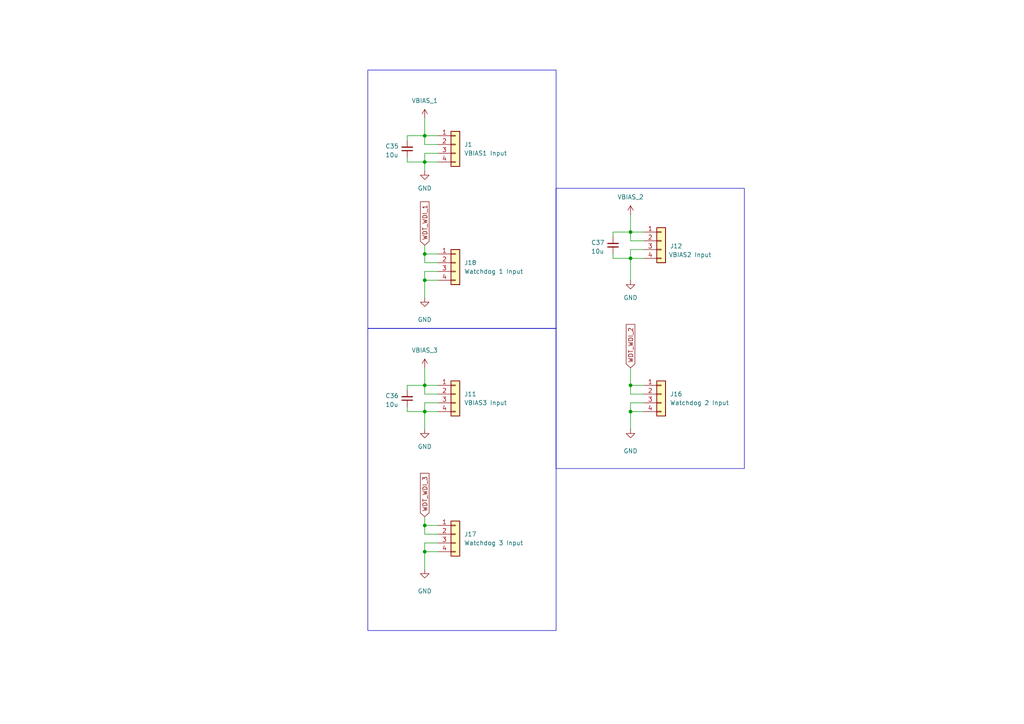
<source format=kicad_sch>
(kicad_sch (version 20250114) (generator "eeschema") (generator_version "9.0")
  (paper "A4")
  (lib_symbols
    (symbol "Connector_Generic:Conn_01x04" (pin_names (offset 1.016) (hide yes))
      (property "Reference" "J" (at 0 5.08 0))
      (property "Value" "Conn_01x04" (at 0 -7.62 0))
      (symbol "Conn_01x04_1_1"
        (rectangle (start -1.27 3.81) (end 1.27 -6.35) (stroke (width 0.254)) (fill (type background)))
        (rectangle (start -1.27 2.667) (end 0 2.413) (stroke (width 0.1524)))
        (rectangle (start -1.27 0.127) (end 0 -0.127) (stroke (width 0.1524)))
        (rectangle (start -1.27 -2.413) (end 0 -2.667) (stroke (width 0.1524)))
        (rectangle (start -1.27 -4.953) (end 0 -5.207) (stroke (width 0.1524)))
        (pin passive line (at -5.08 2.54 0) (length 3.81) (name "Pin_1") (number "1"))
        (pin passive line (at -5.08 0 0) (length 3.81) (name "Pin_2") (number "2"))
        (pin passive line (at -5.08 -2.54 0) (length 3.81) (name "Pin_3") (number "3"))
        (pin passive line (at -5.08 -5.08 0) (length 3.81) (name "Pin_4") (number "4"))
      )
    )
    (symbol "Device:C_Small" (pin_numbers (hide yes)) (pin_names (offset 0.254) (hide yes))
      (property "Reference" "C" (at 0.254 1.778 0))
      (property "Value" "C_Small" (at 0.254 -2.032 0))
      (symbol "C_Small_0_1"
        (polyline (pts (xy -1.524 0.508) (xy 1.524 0.508)) (stroke (width 0.3048)))
        (polyline (pts (xy -1.524 -0.508) (xy 1.524 -0.508)) (stroke (width 0.3302)))
      )
      (symbol "C_Small_1_1"
        (pin passive line (at 0 2.54 270) (length 2.032) (name "~") (number "1"))
        (pin passive line (at 0 -2.54 90) (length 2.032) (name "~") (number "2"))
      )
    )
    (symbol "GND_1" (power) (pin_numbers (hide yes)) (pin_names (offset 0) (hide yes))
      (property "Value" "GND" (at 0 -3.81 0))
      (symbol "GND_1_0_1"
        (polyline (pts (xy 0 0) (xy 0 -1.27) (xy 1.27 -1.27) (xy 0 -2.54) (xy -1.27 -1.27) (xy 0 -1.27)))
      )
      (symbol "GND_1_1_1"
        (pin power_in line (at 0 0 270) (length 0) (name "~") (number "1"))
      )
    )
    (symbol "power:VBUS" (power) (pin_numbers (hide yes)) (pin_names (offset 0) (hide yes))
      (property "Value" "VBUS" (at 0 3.556 0))
      (symbol "VBUS_0_1"
        (polyline (pts (xy -0.762 1.27) (xy 0 2.54)))
        (polyline (pts (xy 0 2.54) (xy 0.762 1.27)))
        (polyline (pts (xy 0 0) (xy 0 2.54)))
      )
      (symbol "VBUS_1_1"
        (pin power_in line (at 0 0 90) (length 0) (name "~") (number "1"))
      )
    )
  )
  (rectangle (start 161.29 54.61) (end 215.9 135.89))
  (rectangle (start 106.68 95.25) (end 161.29 182.88))
  (rectangle (start 106.68 20.32) (end 161.29 95.25))
  (junction (at 182.88 67.31))
  (junction (at 182.88 111.76))
  (junction (at 123.19 46.99))
  (junction (at 123.19 81.28))
  (junction (at 123.19 39.37))
  (junction (at 182.88 119.38))
  (junction (at 123.19 152.4))
  (junction (at 123.19 111.76))
  (junction (at 123.19 73.66))
  (junction (at 123.19 119.38))
  (junction (at 182.88 74.93))
  (junction (at 123.19 160.02))
  (wire (pts (xy 127 157.48) (xy 123.19 157.48)))
  (wire (pts (xy 127 46.99) (xy 123.19 46.99)))
  (wire (pts (xy 123.19 119.38) (xy 123.19 124.46)))
  (wire (pts (xy 182.88 111.76) (xy 182.88 114.3)))
  (wire (pts (xy 123.19 71.12) (xy 123.19 73.66)))
  (wire (pts (xy 123.19 73.66) (xy 127 73.66)))
  (wire (pts (xy 127 41.91) (xy 123.19 41.91)))
  (wire (pts (xy 123.19 76.2) (xy 127 76.2)))
  (wire (pts (xy 123.19 152.4) (xy 123.19 154.94)))
  (wire (pts (xy 123.19 46.99) (xy 123.19 49.53)))
  (wire (pts (xy 182.88 114.3) (xy 186.69 114.3)))
  (wire (pts (xy 123.19 111.76) (xy 127 111.76)))
  (wire (pts (xy 123.19 149.86) (xy 123.19 152.4)))
  (wire (pts (xy 182.88 106.68) (xy 182.88 111.76)))
  (wire (pts (xy 123.19 160.02) (xy 123.19 165.1)))
  (wire (pts (xy 127 78.74) (xy 123.19 78.74)))
  (wire (pts (xy 186.69 116.84) (xy 182.88 116.84)))
  (wire (pts (xy 127 81.28) (xy 123.19 81.28)))
  (wire (pts (xy 123.19 111.76) (xy 123.19 106.68)))
  (wire (pts (xy 182.88 111.76) (xy 186.69 111.76)))
  (wire (pts (xy 182.88 69.85) (xy 182.88 67.31)))
  (wire (pts (xy 182.88 67.31) (xy 182.88 62.23)))
  (wire (pts (xy 177.8 67.31) (xy 177.8 68.58)))
  (wire (pts (xy 127 160.02) (xy 123.19 160.02)))
  (wire (pts (xy 123.19 81.28) (xy 123.19 86.36)))
  (wire (pts (xy 123.19 116.84) (xy 127 116.84)))
  (wire (pts (xy 182.88 67.31) (xy 186.69 67.31)))
  (wire (pts (xy 182.88 74.93) (xy 182.88 81.28)))
  (wire (pts (xy 182.88 119.38) (xy 182.88 124.46)))
  (wire (pts (xy 123.19 46.99) (xy 123.19 44.45)))
  (wire (pts (xy 123.19 154.94) (xy 127 154.94)))
  (wire (pts (xy 123.19 114.3) (xy 123.19 111.76)))
  (wire (pts (xy 118.11 39.37) (xy 118.11 40.64)))
  (wire (pts (xy 182.88 67.31) (xy 177.8 67.31)))
  (wire (pts (xy 118.11 46.99) (xy 123.19 46.99)))
  (wire (pts (xy 186.69 69.85) (xy 182.88 69.85)))
  (wire (pts (xy 118.11 118.11) (xy 118.11 119.38)))
  (wire (pts (xy 123.19 41.91) (xy 123.19 39.37)))
  (wire (pts (xy 177.8 73.66) (xy 177.8 74.93)))
  (wire (pts (xy 182.88 116.84) (xy 182.88 119.38)))
  (wire (pts (xy 118.11 119.38) (xy 123.19 119.38)))
  (wire (pts (xy 182.88 72.39) (xy 186.69 72.39)))
  (wire (pts (xy 182.88 74.93) (xy 182.88 72.39)))
  (wire (pts (xy 123.19 152.4) (xy 127 152.4)))
  (wire (pts (xy 123.19 119.38) (xy 123.19 116.84)))
  (wire (pts (xy 123.19 78.74) (xy 123.19 81.28)))
  (wire (pts (xy 186.69 119.38) (xy 182.88 119.38)))
  (wire (pts (xy 123.19 39.37) (xy 123.19 34.29)))
  (wire (pts (xy 118.11 45.72) (xy 118.11 46.99)))
  (wire (pts (xy 127 119.38) (xy 123.19 119.38)))
  (wire (pts (xy 123.19 73.66) (xy 123.19 76.2)))
  (wire (pts (xy 186.69 74.93) (xy 182.88 74.93)))
  (wire (pts (xy 123.19 39.37) (xy 118.11 39.37)))
  (wire (pts (xy 123.19 157.48) (xy 123.19 160.02)))
  (wire (pts (xy 118.11 111.76) (xy 118.11 113.03)))
  (wire (pts (xy 123.19 111.76) (xy 118.11 111.76)))
  (wire (pts (xy 123.19 44.45) (xy 127 44.45)))
  (wire (pts (xy 177.8 74.93) (xy 182.88 74.93)))
  (wire (pts (xy 123.19 39.37) (xy 127 39.37)))
  (wire (pts (xy 127 114.3) (xy 123.19 114.3)))
  (global_label "WDT_WDI_1" (shape input) (at 123.19 71.12 90) (property "Intersheetrefs" "${INTERSHEET_REFS}" (effects (hide yes))))
  (global_label "WDT_WDI_3" (shape input) (at 123.19 149.86 90) (property "Intersheetrefs" "${INTERSHEET_REFS}" (effects (hide yes))))
  (global_label "WDT_WDI_2" (shape input) (at 182.88 106.68 90) (property "Intersheetrefs" "${INTERSHEET_REFS}" (effects (hide yes))))
  (symbol (lib_id "Connector_Generic:Conn_01x04") (at 132.08 41.91 0) (unit 1)
    (property "Reference" "J1" (at 134.62 41.9099 0) (effects (justify left)))
    (property "Value" "VBIAS1 Input" (at 134.62 44.4499 0) (effects (justify left)))
    (property "Footprint" "Connector_PinHeader_2.54mm:PinHeader_1x04_P2.54mm_Vertical" (effects (hide yes)))
  )
  (symbol (lib_id "Connector_Generic:Conn_01x04") (at 191.77 69.85 0) (unit 1)
    (property "Reference" "J12" (at 196.088 71.374 0))
    (property "Value" "VBIAS2 Input" (at 200.152 73.914 0))
    (property "Footprint" "Connector_PinHeader_2.54mm:PinHeader_1x04_P2.54mm_Vertical" (effects (hide yes)))
  )
  (symbol (lib_id "Connector_Generic:Conn_01x04") (at 132.08 114.3 0) (unit 1)
    (property "Reference" "J11" (at 134.62 114.2999 0) (effects (justify left)))
    (property "Value" "VBIAS3 Input" (at 134.62 116.8399 0) (effects (justify left)))
    (property "Footprint" "Connector_PinHeader_2.54mm:PinHeader_1x04_P2.54mm_Vertical" (effects (hide yes)))
  )
  (symbol (lib_id "Connector_Generic:Conn_01x04") (at 132.08 76.2 0) (unit 1)
    (property "Reference" "J18" (at 134.62 76.1999 0) (effects (justify left)))
    (property "Value" "Watchdog 1 Input" (at 134.62 78.7399 0) (effects (justify left)))
    (property "Footprint" "Connector_PinHeader_2.54mm:PinHeader_1x04_P2.54mm_Vertical" (effects (hide yes)))
  )
  (symbol (lib_name "GND_1") (lib_id "power:GND") (at 123.19 165.1 0) (unit 1)
    (property "Reference" "#PWR0106" (effects (hide yes)))
    (property "Value" "GND" (at 123.19 171.45 0))
    (property "Description" "Power symbol creates a global label with name \"GND\" , ground" (effects (hide yes)))
  )
  (symbol (lib_id "Device:C_Small") (at 118.11 115.57 180) (unit 1)
    (property "Reference" "C36" (at 111.76 114.808 0) (effects (justify right)))
    (property "Value" "10u" (at 111.76 117.348 0) (effects (justify right)))
    (property "Footprint" "Capacitor_SMD:C_0603_1608Metric" (effects (hide yes)))
    (property "Description" "10 µF ±10% 16V Ceramic Capacitor X5R 0603 (1608 Metric)" (effects (hide yes)))
    (property "DPN" "490-12317-1-ND" (effects (hide yes)))
    (property "DST" "Digi-Key" (effects (hide yes)))
    (property "MFR" "Murata" (effects (hide yes)))
    (property "MPN" "GRT188R61C106KE13D" (effects (hide yes)))
  )
  (symbol (lib_name "GND_1") (lib_id "power:GND") (at 123.19 86.36 0) (unit 1)
    (property "Reference" "#PWR0107" (effects (hide yes)))
    (property "Value" "GND" (at 123.19 92.71 0))
    (property "Description" "Power symbol creates a global label with name \"GND\" , ground" (effects (hide yes)))
  )
  (symbol (lib_id "Connector_Generic:Conn_01x04") (at 132.08 154.94 0) (unit 1)
    (property "Reference" "J17" (at 134.62 154.9399 0) (effects (justify left)))
    (property "Value" "Watchdog 3 Input" (at 134.62 157.4799 0) (effects (justify left)))
    (property "Footprint" "Connector_PinHeader_2.54mm:PinHeader_1x04_P2.54mm_Vertical" (effects (hide yes)))
  )
  (symbol (lib_id "Device:C_Small") (at 118.11 43.18 180) (unit 1)
    (property "Reference" "C35" (at 111.76 42.418 0) (effects (justify right)))
    (property "Value" "10u" (at 111.76 44.958 0) (effects (justify right)))
    (property "Footprint" "Capacitor_SMD:C_0603_1608Metric" (effects (hide yes)))
    (property "Description" "10 µF ±10% 16V Ceramic Capacitor X5R 0603 (1608 Metric)" (effects (hide yes)))
    (property "DPN" "490-12317-1-ND" (effects (hide yes)))
    (property "DST" "Digi-Key" (effects (hide yes)))
    (property "MFR" "Murata" (effects (hide yes)))
    (property "MPN" "GRT188R61C106KE13D" (effects (hide yes)))
  )
  (symbol (lib_name "GND_1") (lib_id "power:GND") (at 123.19 49.53 0) (unit 1)
    (property "Reference" "#PWR082" (effects (hide yes)))
    (property "Value" "GND" (at 123.19 54.61 0))
    (property "Description" "Power symbol creates a global label with name \"GND\" , ground" (effects (hide yes)))
  )
  (symbol (lib_name "GND_1") (lib_id "power:GND") (at 182.88 81.28 0) (unit 1)
    (property "Reference" "#PWR095" (effects (hide yes)))
    (property "Value" "GND" (at 182.88 86.36 0))
    (property "Description" "Power symbol creates a global label with name \"GND\" , ground" (effects (hide yes)))
  )
  (symbol (lib_name "GND_1") (lib_id "power:GND") (at 123.19 124.46 0) (unit 1)
    (property "Reference" "#PWR085" (effects (hide yes)))
    (property "Value" "GND" (at 123.19 129.54 0))
    (property "Description" "Power symbol creates a global label with name \"GND\" , ground" (effects (hide yes)))
  )
  (symbol (lib_id "power:VBUS") (at 123.19 34.29 0) (unit 1)
    (property "Reference" "#PWR086" (effects (hide yes)))
    (property "Value" "VBIAS_1" (at 123.19 29.21 0))
    (property "Description" "Power symbol creates a global label with name \"VBUS\"" (effects (hide yes)))
  )
  (symbol (lib_id "power:VBUS") (at 182.88 62.23 0) (unit 1)
    (property "Reference" "#PWR096" (effects (hide yes)))
    (property "Value" "VBIAS_2" (at 182.88 57.15 0))
    (property "Description" "Power symbol creates a global label with name \"VBUS\"" (effects (hide yes)))
  )
  (symbol (lib_id "power:VBUS") (at 123.19 106.68 0) (unit 1)
    (property "Reference" "#PWR089" (effects (hide yes)))
    (property "Value" "VBIAS_3" (at 123.19 101.6 0))
    (property "Description" "Power symbol creates a global label with name \"VBUS\"" (effects (hide yes)))
  )
  (symbol (lib_id "Connector_Generic:Conn_01x04") (at 191.77 114.3 0) (unit 1)
    (property "Reference" "J16" (at 194.31 114.2999 0) (effects (justify left)))
    (property "Value" "Watchdog 2 Input" (at 194.31 116.8399 0) (effects (justify left)))
    (property "Footprint" "Connector_PinHeader_2.54mm:PinHeader_1x04_P2.54mm_Vertical" (effects (hide yes)))
  )
  (symbol (lib_id "Device:C_Small") (at 177.8 71.12 180) (unit 1)
    (property "Reference" "C37" (at 171.45 70.358 0) (effects (justify right)))
    (property "Value" "10u" (at 171.45 72.898 0) (effects (justify right)))
    (property "Footprint" "Capacitor_SMD:C_0603_1608Metric" (effects (hide yes)))
    (property "Description" "10 µF ±10% 16V Ceramic Capacitor X5R 0603 (1608 Metric)" (effects (hide yes)))
    (property "DPN" "490-12317-1-ND" (effects (hide yes)))
    (property "DST" "Digi-Key" (effects (hide yes)))
    (property "MFR" "Murata" (effects (hide yes)))
    (property "MPN" "GRT188R61C106KE13D" (effects (hide yes)))
  )
  (symbol (lib_name "GND_1") (lib_id "power:GND") (at 182.88 124.46 0) (unit 1)
    (property "Reference" "#PWR0105" (effects (hide yes)))
    (property "Value" "GND" (at 182.88 130.81 0))
    (property "Description" "Power symbol creates a global label with name \"GND\" , ground" (effects (hide yes)))
  )
)
</source>
